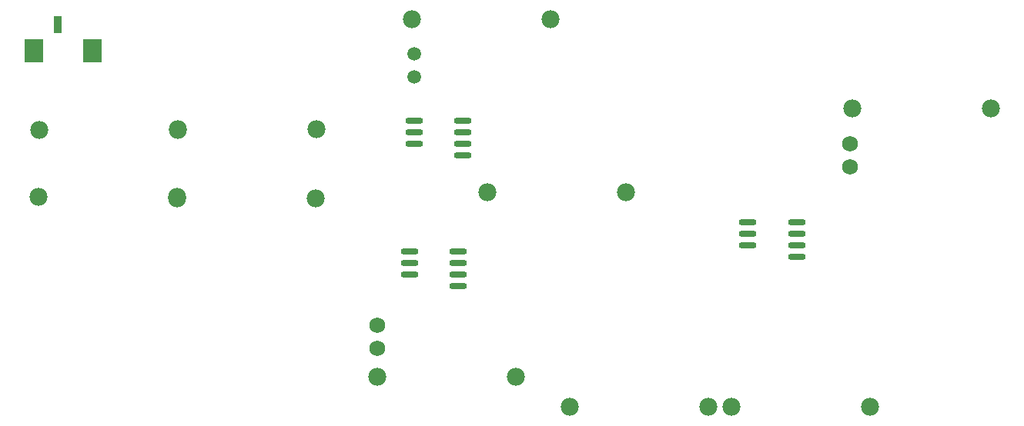
<source format=gts>
G04 Layer: TopSolderMaskLayer*
G04 EasyEDA v6.5.50, 2025-05-12 09:01:39*
G04 467dd6194114452b8036c6a5a6649833,7003e7d2a7ba44f9b311faf21ea13ffe,10*
G04 Gerber Generator version 0.2*
G04 Scale: 100 percent, Rotated: No, Reflected: No *
G04 Dimensions in millimeters *
G04 leading zeros omitted , absolute positions ,4 integer and 5 decimal *
%FSLAX45Y45*%
%MOMM*%

%AMMACRO1*4,1,8,-1.0211,-1.3007,-1.0508,-1.2708,-1.0508,1.271,-1.0211,1.3007,1.0208,1.3007,1.0508,1.271,1.0508,-1.2708,1.0208,-1.3007,-1.0211,-1.3007,0*%
%AMMACRO2*4,1,8,-0.4211,-0.9507,-0.4508,-0.9208,-0.4508,0.921,-0.4211,0.9507,0.4209,0.9507,0.4508,0.921,0.4508,-0.9208,0.4209,-0.9507,-0.4211,-0.9507,0*%
%ADD10C,1.5016*%
%ADD11C,1.7526*%
%ADD12C,1.9812*%
%ADD13C,1.9820*%
%ADD14MACRO1*%
%ADD15MACRO2*%
%ADD16O,1.9665949999999999X0.7315962*%
%ADD17O,0.0112X0.7315962*%

%LPD*%
D10*
G01*
X5651500Y12014200D03*
G01*
X5651500Y11760200D03*
D11*
G01*
X5245100Y8775700D03*
G01*
X5245100Y9029700D03*
G01*
X10442270Y11023600D03*
G01*
X10442270Y10769600D03*
D12*
G01*
X1526870Y11176000D03*
G01*
X3050870Y11176000D03*
G01*
X3050870Y11188700D03*
D13*
G01*
X4574895Y11188674D03*
D12*
G01*
X1524000Y10439400D03*
G01*
X3048000Y10439400D03*
G01*
X3048000Y10426700D03*
G01*
X4572000Y10426700D03*
G01*
X6454470Y10490200D03*
G01*
X7978470Y10490200D03*
G01*
X7366000Y8128000D03*
G01*
X8890000Y8128000D03*
G01*
X9144000Y8128000D03*
G01*
X10668000Y8128000D03*
G01*
X5245100Y8458200D03*
G01*
X6769100Y8458200D03*
G01*
X5626100Y12395200D03*
G01*
X7150100Y12395200D03*
G01*
X10467670Y11417300D03*
G01*
X11991670Y11417300D03*
D14*
G01*
X1471244Y12047016D03*
G01*
X2115896Y12047016D03*
D15*
G01*
X1731086Y12337008D03*
D16*
G01*
X5649950Y11277600D03*
G01*
X5649950Y11150600D03*
G01*
X5649950Y11023600D03*
G01*
X6186449Y11277600D03*
G01*
X6186449Y11150600D03*
G01*
X6186449Y11023600D03*
G01*
X6186449Y10896600D03*
G01*
X9323120Y10160000D03*
G01*
X9323120Y10033000D03*
G01*
X9323120Y9906000D03*
G01*
X9859619Y10160000D03*
G01*
X9859619Y10033000D03*
G01*
X9859619Y9906000D03*
G01*
X9859619Y9779000D03*
G01*
X6135649Y9842500D03*
G01*
X6135649Y9715500D03*
G01*
X6135649Y9588500D03*
G01*
X6135649Y9461500D03*
G01*
X5599150Y9842500D03*
G01*
X5599150Y9715500D03*
G01*
X5599150Y9588500D03*
M02*

</source>
